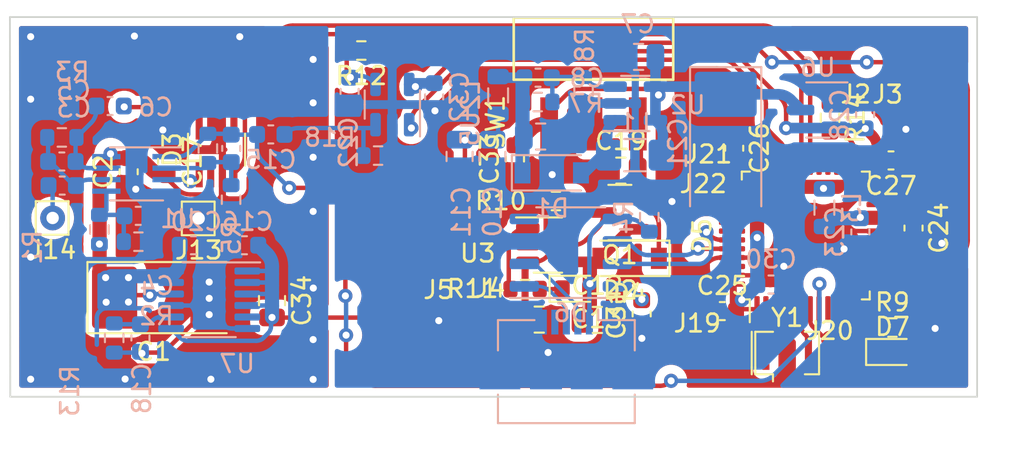
<source format=kicad_pcb>
(kicad_pcb (version 20211014) (generator pcbnew)
  (layers (0 "F.Cu" signal) (31 "B.Cu" signal) (34 "B.Paste" user) (35 "F.Paste" user) (36 "B.SilkS" user "B.Silkscreen") (37 "F.SilkS" user "F.Silkscreen") (38 "B.Mask" user) (39 "F.Mask" user) (44 "Edge.Cuts" user))
  (net 0 "")
  (net 1 "+5VA")
  (net 2 "GND")
  (net 3 "Net-(C3-Pad1)")
  (net 4 "Net-(C3-Pad2)")
  (net 5 "Net-(C5-Pad2)")
  (net 6 "Net-(C4-Pad2)")
  (net 7 "Net-(C8-Pad1)")
  (net 8 "Net-(C8-Pad2)")
  (net 9 "+12V")
  (net 10 "Net-(C6-Pad2)")
  (net 11 "Net-(C18-Pad2)")
  (net 12 "BAT+")
  (net 13 "VBUS")
  (net 14 "Net-(C13-Pad2)")
  (net 15 "Net-(D1-Pad2)")
  (net 16 "Analog")
  (net 17 "Net-(C19-Pad2)")
  (net 18 "Adj")
  (net 19 "Net-(C23-Pad1)")
  (net 21 "Net-(C14-Pad1)")
  (net 22 "+3V3")
  (net 23 "Net-(C15-Pad2)")
  (net 24 "Net-(R10-Pad1)")
  (net 25 "Net-(C31-Pad2)")
  (net 26 "Net-(D2-Pad1)")
  (net 27 "PowerGood")
  (net 28 "Net-(D3-Pad1)")
  (net 29 "scl")
  (net 30 "sda")
  (net 33 "Net-(D5-Pad5)")
  (net 34 "Net-(D5-Pad6)")
  (net 35 "/rst")
  (net 45 "Net-(D5-Pad25)")
  (net 52 "/swd")
  (net 53 "/swc")
  (net 59 "usb+")
  (net 60 "usb-")
  (net 62 "Pulse")
  (net 63 "Net-(D7-Pad2)")
  (net 64 "/RxD")
  (net 65 "/TxD")
  (net 67 "Net-(D5-Pad11)")
  (net 68 "Net-(R11-Pad2)")
  (net 69 "Net-(D5-Pad14)")
  (net 70 "Net-(J2-Pad1)")
  (footprint "Diode_SMD:D_SOD-123" (layer "F.Cu") (at 92.62 52.18 180)
    (fp_text reference "D4")
    (fp_text value "MBR0540LT")
  )
  (footprint "Capacitor_SMD:C_0603_1608Metric" (layer "F.Cu") (at 64.35 47.29 90)
    (fp_text reference "C2")
    (fp_text value "10u")
  )
  (footprint "Capacitor_SMD:C_0805_2012Metric" (layer "F.Cu") (at 90.8 55.66 180)
    (fp_text reference "C12")
    (fp_text value "10u")
  )
  (footprint "Capacitor_SMD:C_0805_2012Metric" (layer "F.Cu") (at 87.52 55.64 180)
    (fp_text reference "C13")
    (fp_text value "10u")
  )
  (footprint "LED_SMD:LED_0603_1608Metric" (layer "F.Cu") (at 107.45 57.47)
    (fp_text reference "D7")
    (fp_text value "LED")
  )
  (footprint "Package_TO_SOT_SMD:SOT-23-8_Handsoldering" (layer "F.Cu") (at 69.31 46.04 90)
    (fp_text reference "D3")
    (fp_text value "AD5245")
  )
  (footprint "Capacitor_SMD:C_0805_2012Metric" (layer "F.Cu") (at 72.44 54.57 -90)
    (fp_text reference "C34")
    (fp_text value "10u")
  )
  (footprint "lib:MySwithc" (layer "F.Cu") (at 90.58 43.0875 -90)
    (fp_text reference "SW1")
    (fp_text value "SW_Push_SPDT")
  )
  (footprint "Crystal:Resonator_SMD_Murata_CSTxExxV-3Pin_3.0x1.1mm" (layer "F.Cu") (at 101.51 57.53)
    (fp_text reference "Y1")
    (fp_text value "16")
  )
  (footprint "Capacitor_SMD:C_0603_1608Metric" (layer "F.Cu") (at 108.64 50.47 -90)
    (fp_text reference "C24")
    (fp_text value "10u")
  )
  (footprint "Capacitor_SMD:C_0805_2012Metric" (layer "F.Cu") (at 92.125 47.225)
    (fp_text reference "C19")
    (fp_text value "10u")
  )
  (footprint "Package_QFP:LQFP-48_7x7mm_P0.5mm" (layer "F.Cu") (at 102.56 50.89 90)
    (fp_text reference "D5")
    (fp_text value "STM32G473CBTx")
  )
  (footprint "Capacitor_SMD:C_0603_1608Metric" (layer "F.Cu") (at 98.52 45.96 -90)
    (fp_text reference "C26")
    (fp_text value "10u")
  )
  (footprint "lib:conn_mini" (layer "F.Cu") (at 96.775 48.475)
    (fp_text reference "J22")
    (fp_text value "Conn_01x01_Female")
  )
  (footprint "Capacitor_SMD:C_0603_1608Metric" (layer "F.Cu") (at 107.37 46.65 180)
    (fp_text reference "C27")
    (fp_text value "10u")
  )
  (footprint "Resistor_SMD:R_0603_1608Metric" (layer "F.Cu") (at 103.93 44.24 -90)
    (fp_text reference "R14")
    (fp_text value "1k")
  )
  (footprint "Package_TO_SOT_SMD:SOT-23" (layer "F.Cu") (at 92.07 49.59 180)
    (fp_text reference "Q1")
    (fp_text value "IRLML5203")
  )
  (footprint "lib:conn_mini" (layer "F.Cu") (at 107.18 43.42)
    (fp_text reference "J3")
    (fp_text value "Conn_01x01_Female")
  )
  (footprint "Capacitor_SMD:C_0603_1608Metric" (layer "F.Cu") (at 86.15 46.57 90)
    (fp_text reference "C33")
    (fp_text value "10u")
  )
  (footprint "My-library:SMD-CONN" (layer "F.Cu") (at 96.44 53.31)
    (fp_text reference "J19")
    (fp_text value "Conn")
  )
  (footprint "Package_TO_SOT_SMD:SOT-23-5" (layer "F.Cu") (at 88.01 51.43)
    (fp_text reference "U3")
    (fp_text value "MCP73831")
  )
  (footprint "Resistor_SMD:R_0603_1608Metric" (layer "F.Cu") (at 86.72 53.92 180)
    (fp_text reference "R11")
    (fp_text value "330")
  )
  (footprint "lib:conn_mini" (layer "F.Cu") (at 97.075 46.8)
    (fp_text reference "J21")
    (fp_text value "Conn_01x01_Female")
  )
  (footprint "Capacitor_SMD:C_0603_1608Metric" (layer "F.Cu") (at 66.52 46.7 -90)
    (fp_text reference "C17")
    (fp_text value "10u")
  )
  (footprint "Capacitor_SMD:C_0603_1608Metric" (layer "F.Cu") (at 97.85 55.16)
    (fp_text reference "C25")
    (fp_text value "10u")
  )
  (footprint "Connector_Pin:Pin_D0.7mm_L6.5mm_W1.8mm_FlatFork" (layer "F.Cu") (at 68.3 49.925)
    (fp_text reference "J13")
    (fp_text value "Anode")
  )
  (footprint "Resistor_SMD:R_0603_1608Metric" (layer "F.Cu") (at 77.48 40.44 180)
    (fp_text reference "R12")
    (fp_text value "10k")
  )
  (footprint "lib:conn_mini" (layer "F.Cu") (at 103.93 56.77)
    (fp_text reference "J20")
    (fp_text value "Conn_01x01_Female")
  )
  (footprint "Resistor_SMD:R_0603_1608Metric" (layer "F.Cu") (at 88.46 48.94 180)
    (fp_text reference "R10")
    (fp_text value "10k")
  )
  (footprint "LED_SMD:LED_0603_1608Metric" (layer "F.Cu") (at 89.59 53.9)
    (fp_text reference "D2")
    (fp_text value "LED")
  )
  (footprint "Capacitor_Tantalum_SMD:CP_EIA-7132-28_AVX-C" (layer "F.Cu") (at 66.3325 54.4)
    (fp_text reference "C1")
    (fp_text value "1000u")
  )
  (footprint "Resistor_SMD:R_0603_1608Metric" (layer "F.Cu") (at 107.45 56.09)
    (fp_text reference "R9")
    (fp_text value "1k")
  )
  (footprint "lib:conn_mini" (layer "F.Cu") (at 105.38 43.41)
    (fp_text reference "J2")
    (fp_text value "Conn_01x01_Female")
  )
  (footprint "My-library:SMD-CONN" (layer "F.Cu") (at 81.85 55.65)
    (fp_text reference "J5")
    (fp_text value "BAT-")
  )
  (footprint "Connector_Pin:Pin_D0.7mm_L6.5mm_W1.8mm_FlatFork" (layer "F.Cu") (at 60.06 49.9)
    (fp_text reference "J14")
    (fp_text value "Catode")
  )
  (footprint "Capacitor_SMD:C_0603_1608Metric" (layer "F.Cu") (at 93.3 55.32 90)
    (fp_text reference "C31")
    (fp_text value "10u")
  )
  (footprint "My-library:SMD-CONN" (layer "F.Cu") (at 84.63 55.7)
    (fp_text reference "J4")
    (fp_text value "BAT+")
  )
  (footprint "Package_SO:MSOP-12-1EP_3x4mm_P0.65mm_EP1.65x2.85mm" (layer "B.Cu") (at 68.894214 54.52 180)
    (fp_text reference "U7")
    (fp_text value "LT3045xMSE")
  )
  (footprint "Connector_USB:USB_Micro-B_Amphenol_10104110_Horizontal" (layer "B.Cu") (at 89.05 57.33 180)
    (fp_text reference "J1" hide)
    (fp_text value "USB_B_Micro")
  )
  (footprint "Resistor_SMD:R_0603_1608Metric" (layer "B.Cu") (at 93.73 49.85 -90)
    (fp_text reference "R4")
    (fp_text value "10k")
  )
  (footprint "Capacitor_SMD:C_0603_1608Metric" (layer "B.Cu") (at 105.91 44.06 -90)
    (fp_text reference "C28")
    (fp_text value "22u")
  )
  (footprint "Capacitor_SMD:C_0603_1608Metric" (layer "B.Cu") (at 60.6 48.07)
    (fp_text reference "C3")
    (fp_text value "1n")
  )
  (footprint "Package_TO_SOT_SMD:SOT-23-5" (layer "B.Cu") (at 79.230857 43.492893 90)
    (fp_text reference "U5")
    (fp_text value "LMV7239")
  )
  (footprint "Capacitor_SMD:C_0603_1608Metric" (layer "B.Cu") (at 81.59 43.06 90)
    (fp_text reference "C32")
    (fp_text value "10u")
  )
  (footprint "Diode_SMD:D_SOD-123" (layer "B.Cu") (at 88.225 47.35)
    (fp_text reference "D1")
    (fp_text value "MBR0540")
  )
  (footprint "Resistor_SMD:R_0603_1608Metric" (layer "B.Cu") (at 62.7 50.55 90)
    (fp_text reference "R1")
    (fp_text value "10k")
  )
  (footprint "Capacitor_SMD:C_0603_1608Metric" (layer "B.Cu") (at 64.89 49.78 180)
    (fp_text reference "C4")
    (fp_text value "10n")
  )
  (footprint "Capacitor_SMD:C_0603_1608Metric" (layer "B.Cu") (at 60.58 46.71)
    (fp_text reference "C5")
    (fp_text value "10")
  )
  (footprint "Package_TO_SOT_SMD:SOT-23-5" (layer "B.Cu") (at 92.94 43.43)
    (fp_text reference "U2")
    (fp_text value "LM2733XMF")
  )
  (footprint "Inductor_SMD:L_0805_2012Metric" (layer "B.Cu") (at 103.61 49.32 90)
    (fp_text reference "L3")
    (fp_text value "10uH")
  )
  (footprint "Capacitor_SMD:C_0805_2012Metric" (layer "B.Cu") (at 87.6 45.3 180)
    (fp_text reference "C9" hide)
    (fp_text value "10u")
  )
  (footprint "Capacitor_SMD:C_0603_1608Metric" (layer "B.Cu") (at 68.004214 51.44 180)
    (fp_text reference "C20")
    (fp_text value "22u")
  )
  (footprint "Resistor_SMD:R_0603_1608Metric" (layer "B.Cu") (at 87.435 43.35)
    (fp_text reference "R7")
    (fp_text value "117k")
  )
  (footprint "Resistor_SMD:R_0603_1608Metric" (layer "B.Cu") (at 68.82 45.97 90)
    (fp_text reference "R6" hide)
    (fp_text value "5.1M")
  )
  (footprint "Capacitor_SMD:C_0805_2012Metric" (layer "B.Cu") (at 83.025 46.425 90)
    (fp_text reference "C11")
    (fp_text value "10u")
  )
  (footprint "Package_TO_SOT_SMD:SOT-23" (layer "B.Cu") (at 103.24 43.8 180)
    (fp_text reference "U6")
    (fp_text value "MCP1700x")
  )
  (footprint "Inductor_SMD:L_1206_3216Metric_Pad1.42x1.75mm_HandSolder" (layer "B.Cu") (at 92.92 46.35 180)
    (fp_text reference "L1")
    (fp_text value "22uH")
  )
  (footprint "Capacitor_SMD:C_0603_1608Metric" (layer "B.Cu") (at 87.45 41.975 180)
    (fp_text reference "C8")
    (fp_text value "220p")
  )
  (footprint "Capacitor_SMD:C_0603_1608Metric" (layer "B.Cu") (at 100.6 53.66 180)
    (fp_text reference "C30")
    (fp_text value "10u")
  )
  (footprint "Inductor_SMD:L_0805_2012Metric" (layer "B.Cu") (at 85.2 42.975 -90)
    (fp_text reference "L2")
    (fp_text value "47uH")
  )
  (footprint "Package_SO:SSOP-8_2.95x2.8mm_P0.65mm" (layer "B.Cu") (at 64.7925 47.41 180)
    (fp_text reference "U1")
    (fp_text value "MAX4477")
  )
  (footprint "Capacitor_SMD:C_0603_1608Metric" (layer "B.Cu") (at 105.64 50.69 -90)
    (fp_text reference "C23")
    (fp_text value "10u")
  )
  (footprint "Resistor_SMD:R_0603_1608Metric" (layer "B.Cu") (at 60.58 45.35)
    (fp_text reference "R3")
    (fp_text value "5.1M")
  )
  (footprint "Resistor_SMD:R_0603_1608Metric" (layer "B.Cu") (at 64.9 51.24)
    (fp_text reference "R2")
    (fp_text value "10k")
  )
  (footprint "Resistor_SMD:R_0603_1608Metric" (layer "B.Cu") (at 63.534214 56.68 -90)
    (fp_text reference "R13")
    (fp_text value "49.9k")
  )
  (footprint "Resistor_SMD:R_0603_1608Metric" (layer "B.Cu") (at 70.13 48.87 -90)
    (fp_text reference "R5")
    (fp_text value "10k")
  )
  (footprint "Capacitor_SMD:C_0805_2012Metric" (layer "B.Cu") (at 84.875 46.425 90)
    (fp_text reference "C10")
    (fp_text value "10u")
  )
  (footprint "Resistor_SMD:R_0603_1608Metric" (layer "B.Cu") (at 90.02 42.76 -90)
    (fp_text reference "R8")
    (fp_text value "13.3k")
  )
  (footprint "Capacitor_SMD:C_0805_2012Metric" (layer "B.Cu") (at 93.125 40.8)
    (fp_text reference "C7")
    (fp_text value "10u")
  )
  (footprint "Capacitor_SMD:C_0603_1608Metric" (layer "B.Cu") (at 76.81875 42.75 90)
    (fp_text reference "C22")
    (fp_text value "100n")
  )
  (footprint "Capacitor_SMD:C_0603_1608Metric" (layer "B.Cu") (at 65.014214 56.68 90)
    (fp_text reference "C18")
    (fp_text value "4.7u")
  )
  (footprint "Resistor_SMD:R_0603_1608Metric" (layer "B.Cu") (at 78.425 46.375 180)
    (fp_text reference "R18")
    (fp_text value "100k")
  )
  (footprint "Capacitor_SMD:C_0603_1608Metric" (layer "B.Cu") (at 70.884214 51.44)
    (fp_text reference "C16")
    (fp_text value "10u")
  )
  (footprint "Package_SO:SOP-8_3.9x4.9mm_P1.27mm" (layer "B.Cu") (at 89.3 51.86)
    (fp_text reference "D6")
    (fp_text value "CH340N")
  )
  (footprint "Capacitor_SMD:C_0603_1608Metric" (layer "B.Cu") (at 72.37 45.18)
    (fp_text reference "C15")
    (fp_text value "100n")
  )
  (footprint "Capacitor_Tantalum_SMD:CP_EIA-7132-28_AVX-C" (layer "B.Cu") (at 98.04 45.69 -90)
    (fp_text reference "C21")
    (fp_text value "1000u")
  )
  (footprint "Capacitor_SMD:C_0603_1608Metric" (layer "B.Cu") (at 70.14 45.97 90)
    (fp_text reference "C14" hide)
    (fp_text value "10")
  )
  (footprint "Capacitor_SMD:C_0603_1608Metric" (layer "B.Cu") (at 63.3 43.575)
    (fp_text reference "C6")
    (fp_text value "100n")
  )
  (gr_line (start 57.65 38.55) (end 112.23 38.55) (layer "Edge.Cuts") (width 0.1))
  (gr_line (start 112.23 60) (end 57.67 60) (layer "Edge.Cuts") (width 0.1))
  (gr_line (start 57.67 60) (end 57.65 38.55) (layer "Edge.Cuts") (width 0.1))
  (gr_line (start 112.23 60) (end 112.23 38.55) (layer "Edge.Cuts") (width 0.1))
  (segment (start 67.824214 48.57) (end 68.412893 48.57) (width 0.25) (layer "F.Cu") (net 1))
  (segment (start 68.98 48.002893) (end 68.98 47.39) (width 0.25) (layer "F.Cu") (net 1))
  (segment (start 66.52 47.475) (end 66.52 47.68) (width 0.25) (layer "F.Cu") (net 1))
  (segment (start 63.435 54.26) (end 63.295 54.4) (width 0.25) (layer "F.Cu") (net 1))
  (segment (start 63.814214 46.525) (end 63.864214 46.525) (width 0.8) (layer "F.Cu") (net 1))
  (segment (start 63.295 54.4) (end 62.71 53.815) (width 0.8) (layer "F.Cu") (net 1))
  (segment (start 66.52 47.68) (end 67.117107 48.277107) (width 0.25) (layer "F.Cu") (net 1))
  (segment (start 62.71 53.815) (end 62.71 47.629214) (width 0.8) (layer "F.Cu") (net 1))
  (segment (start 68.766447 48.423553) (end 68.833554 48.356446) (width 0.25) (layer "F.Cu") (net 1))
  (segment (start 63.864214 46.525) (end 64.600786 46.525) (width 0.8) (layer "F.Cu") (net 1))
  (segment (start 64.16 54.26) (end 63.435 54.26) (width 0.25) (layer "F.Cu") (net 1))
  (segment (start 63.002893 46.922107) (end 63.107107 46.817893) (width 0.8) (layer "F.Cu") (net 1))
  (segment (start 66.379214 47.475) (end 66.52 47.475) (width 0.4) (layer "F.Cu") (net 1))
  (segment (start 65.307893 46.817893) (end 65.672107 47.182107) (width 0.8) (layer "F.Cu") (net 1))
  (segment (start 65.544214 54.26) (end 64.16 54.26) (width 0.25) (layer "F.Cu") (net 1))
  (via (at 62.7 51.375) (size 0.8) (drill 0.4) (layers "F.Cu" "B.Cu") (net 1))
  (via (at 65.544214 54.26) (size 0.8) (drill 0.4) (layers "F.Cu" "B.Cu") (net 1))
  (via (at 63.08 54.66) (size 0.8) (drill 0.4) (layers "F.Cu" "B.Cu") (net 1))
  (via (at 63.05 53.27) (size 0.8) (drill 0.4) (layers "F.Cu" "B.Cu") (net 1))
  (via (at 63.325 46.275) (size 0.8) (drill 0.4) (layers "F.Cu" "B.Cu") (net 1))
  (via (at 64.34 53.27) (size 0.8) (drill 0.4) (layers "F.Cu" "B.Cu") (net 1))
  (via (at 64.34 54.65) (size 0.8) (drill 0.4) (layers "F.Cu" "B.Cu") (net 1))
  (arc (start 65.307893 46.817893) (mid 64.98347 46.60112) (end 64.600786 46.525) (width 0.8) (layer "F.Cu") (net 1))
  (arc (start 66.379214 47.475) (mid 65.996531 47.39888) (end 65.672107 47.182107) (width 0.8) (layer "F.Cu") (net 1))
  (arc (start 63.002893 46.922107) (mid 62.78612 47.24653) (end 62.71 47.629214) (width 0.8) (layer "F.Cu") (net 1))
  (arc (start 68.412893 48.57) (mid 68.604235 48.53194) (end 68.766447 48.423553) (width 0.25) (layer "F.Cu") (net 1))
  (arc (start 68.833554 48.356446) (mid 68.94194 48.194234) (end 68.98 48.002893) (width 0.25) (layer "F.Cu") (net 1))
  (arc (start 67.117107 48.277107) (mid 67.44153 48.49388) (end 67.824214 48.57) (width 0.25) (layer "F.Cu") (net 1))
  (arc (start 63.107107 46.817893) (mid 63.43153 46.60112) (end 63.814214 46.525) (width 0.8) (layer "F.Cu") (net 1))
  (segment (start 64.664214 55) (end 64.664214 53.2) (width 0.25) (layer "B.Cu") (net 1))
  (segment (start 63.794214 55) (end 64.664214 55) (width 0.25) (layer "B.Cu") (net 1))
  (segment (start 66.744214 54.195) (end 65.589214 54.195) (width 0.25) (layer "B.Cu") (net 1))
  (segment (start 64.664214 53.2) (end 64.654214 53.19) (width 0.25) (layer "B.Cu") (net 1))
  (segment (start 67.234214 52.285786) (end 67.234214 51.535) (width 0.8) (layer "B.Cu") (net 1))
  (segment (start 64.16 53.19) (end 63.343428 53.19) (width 0.8) (layer "B.Cu") (net 1))
  (segment (start 66.744214 53.19) (end 66.941321 52.992893) (width 0.8) (layer "B.Cu") (net 1))
  (segment (start 64.654214 53.19) (end 64.16 53.19) (width 0.8) (layer "B.Cu") (net 1))
  (segment (start 62.737767 55.146447) (end 62.70066 55.183554) (width 0.25) (layer "B.Cu") (net 1))
  (segment (start 64.654214 53.19) (end 66.744214 53.19) (width 0.8) (layer "B.Cu") (net 1))
  (segment (start 65.589214 54.195) (end 65.484214 54.3) (width 0.25) (layer "B.Cu") (net 1))
  (segment (start 64.664214 55) (end 65.187107 55) (width 0.25) (layer "B.Cu") (net 1))
  (segment (start 63.794214 55) (end 63.091321 55) (width 0.25) (layer "B.Cu") (net 1))
  (segment (start 62.554214 55.537107) (end 62.554214 57.06) (width 0.25) (layer "B.Cu") (net 1))
  (arc (start 62.70066 55.183554) (mid 62.592274 55.345766) (end 62.554214 55.537107) (width 0.25) (layer "B.Cu") (net 1))
  (arc (start 63.091321 55) (mid 62.899979 55.03806) (end 62.737767 55.146447) (width 0.25) (layer "B.Cu") (net 1))
  (arc (start 66.941321 52.992893) (mid 67.158094 52.66847) (end 67.234214 52.285786) (width 0.8) (layer "B.Cu") (net 1))
  (arc (start 65.540661 55.146447) (mid 65.378449 55.03806) (end 65.187107 55) (width 0.25) (layer "B.Cu") (net 1))
  (segment (start 99.25 45.275) (end 99.25 43.289214) (width 0.5) (layer "F.Cu") (net 2))
  (segment (start 104.72 51.65) (end 104.72 53.05) (width 0.25) (layer "F.Cu") (net 2))
  (segment (start 108.327893 50.932893) (end 108.64 51.245) (width 0.25) (layer "F.Cu") (net 2))
  (segment (start 105.467107 50.64) (end 106.7225 50.64) (width 0.25) (layer "F.Cu") (net 2))
  (segment (start 98.957107 42.582107) (end 98.247893 41.872893) (width 0.5) (layer "F.Cu") (net 2))
  (segment (start 100.163553 45.713553) (end 99.781446 45.331446) (width 0.25) (layer "F.Cu") (net 2))
  (segment (start 108.4 48.12) (end 108.4 46.905) (width 0.25) (layer "F.Cu") (net 2))
  (segment (start 68.845 54.985) (end 68.845 54.4) (width 0.25) (layer "F.Cu") (net 2))
  (segment (start 105.473553 48.786447) (end 104.966446 49.293554) (width 0.25) (layer "F.Cu") (net 2))
  (segment (start 69.64 49.11) (end 68.825 49.925) (width 0.25) (layer "F.Cu") (net 2))
  (segment (start 68.825 49.925) (end 68.3 49.925) (width 0.25) (layer "F.Cu") (net 2))
  (segment (start 69.59 46.04) (end 69.64 45.99) (width 0.25) (layer "F.Cu") (net 2))
  (segment (start 87.834264 49.139264) (end 87.635 48.94) (width 0.5) (layer "F.Cu") (net 2))
  (segment (start 106.7225 50.64) (end 107.620786 50.64) (width 0.25) (layer "F.Cu") (net 2))
  (segment (start 98.3975 52.14) (end 101.88 52.14) (width 0.25) (layer "F.Cu") (net 2))
  (segment (start 64.875 57.505) (end 65.910786 57.505) (width 0.25) (layer "F.Cu") (net 2))
  (segment (start 100.31 46.7275) (end 100.31 46.067107) (width 0.25) (layer "F.Cu") (net 2))
  (segment (start 97.540786 41.58) (end 84.309214 41.58) (width 0.5) (layer "F.Cu") (net 2))
  (segment (start 105.82 54.15) (end 106.36 54.69) (width 0.25) (layer "F.Cu") (net 2))
  (segment (start 106.7225 48.64) (end 107.465786 48.64) (width 0.25) (layer "F.Cu") (net 2))
  (segment (start 95.27 53.355) (end 97.075 55.16) (width 0.4) (layer "F.Cu") (net 2))
  (segment (start 88.01 50.741472) (end 88.01 49.563528) (width 0.5) (layer "F.Cu") (net 2))
  (segment (start 95.01 48.97) (end 95.27 49.23) (width 0.4) (layer "F.Cu") (net 2))
  (segment (start 66.71 45.04) (end 67.417107 45.747107) (width 0.5) (layer "F.Cu") (net 2))
  (segment (start 106.7225 48.64) (end 105.827107 48.64) (width 0.25) (layer "F.Cu") (net 2))
  (segment (start 66.38 45.04) (end 66.71 45.04) (width 0.25) (layer "F.Cu") (net 2))
  (segment (start 69.64 45.99) (end 69.64 44.69) (width 0.4) (layer "F.Cu") (net 2))
  (segment (start 69.64 47.39) (end 69.64 45.99) (width 0.4) (layer "F.Cu") (net 2))
  (segment (start 104.82 49.647107) (end 104.82 49.992893) (width 0.25) (layer "F.Cu") (net 2))
  (segment (start 99.427893 45.185) (end 98.52 45.185) (width 0.25) (layer "F.Cu") (net 2))
  (segment (start 108.172893 48.347107) (end 108.4 48.12) (width 0.25) (layer "F.Cu") (net 2))
  (segment (start 95.27 49.23) (end 95.27 53.355) (width 0.6) (layer "F.Cu") (net 2))
  (segment (start 104.72 53.05) (end 105.82 54.15) (width 0.25) (layer "F.Cu") (net 2))
  (segment (start 87.745736 51.254264) (end 87.834264 51.165736) (width 0.5) (layer "F.Cu") (net 2))
  (segment (start 104.966447 50.346447) (end 105.113554 50.493554) (width 0.25) (layer "F.Cu") (net 2))
  (segment (start 83.602107 41.872893) (end 81.62 43.855) (width 0.5) (layer "F.Cu") (net 2))
  (segment (start 97.027107 52.432893) (end 96.44 53.02) (width 0.25) (layer "F.Cu") (net 2))
  (segment (start 69.64 47.39) (end 69.64 49.11) (width 0.4) (layer "F.Cu") (net 2))
  (segment (start 66.617893 57.212107) (end 68.845 54.985) (width 0.25) (layer "F.Cu") (net 2))
  (segment (start 98.3975 52.14) (end 97.734214 52.14) (width 0.25) (layer "F.Cu") (net 2))
  (segment (start 108.4 46.905) (end 108.145 46.65) (width 0.25) (layer "F.Cu") (net 2))
  (segment (start 96.44 53.02) (end 96.44 53.31) (width 0.25) (layer "F.Cu") (net 2))
  (segment (start 68.124214 46.04) (end 69.59 46.04) (width 0.5) (layer "F.Cu") (net 2))
  (segment (start 86.8725 51.43) (end 87.321472 51.43) (width 0.5) (layer "F.Cu") (net 2))
  (segment (start 98.3975 53.14) (end 96.82 53.14) (width 0.25) (layer "F.Cu") (net 2))
  (segment (start 98.3975 53.14) (end 101.06 53.14) (width 0.25) (layer "F.Cu") (net 2))
  (via (at 66.28 44.93) (size 0.8) (drill 0.4) (layers "F.Cu" "B.Cu") (net 2))
  (via (at 65.1 57.55) (size 0.8) (drill 0.4) (layers "F.Cu" "B.Cu") (net 2))
  (via (at 108.21 44.89) (size 0.8) (drill 0.4) (layers "F.Cu" "B.Cu") (net 2))
  (via (at 74.76 49.53) (size 0.8) (drill 0.4) (layers "F.Cu" "B.Cu") (net 2))
  (via (at 74.76 40.945) (size 0.8) (drill 0.4) (layers "F.Cu" "B.Cu") (net 2))
  (via (at 68.894214 54.44) (size 0.8) (drill 0.4) (layers "F.Cu" "B.Cu") (net 2))
  (via (at 110.24 51.33) (size 0.8) (drill 0.4) (layers "F.Cu" "B.Cu") (net 2))
  (via (at 64.75 48.275) (size 0.8) (drill 0.4) (layers "F.Cu" "B.Cu") (net 2))
  (via (at 74.76 59.02) (size 0.8) (drill 0.4) (layers "F.Cu" "B.Cu") (net 2))
  (via (at 70.62 39.66) (size 0.8) (drill 0.4) (layers "F.Cu" "B.Cu") (net 2))
  (via (at 81.635 43.845) (size 0.8) (drill 0.4) (layers "F.Cu" "B.Cu") (net 2))
  (via (at 88.02 57.5) (size 0.8) (drill 0.4) (layers "F.Cu" "B.Cu") (net 2))
  (via (at 68.894214 53.52) (size 0.8) (drill 0.4) (layers "F.Cu" "B.Cu") (net 2))
  (via (at 104.72 51.65) (size 0.8) (drill 0.4) (layers "F.Cu" "B.Cu") (net 2))
  (via (at 58.82 39.66) (size 0.8) (drill 0.4) (layers "F.Cu" "B.Cu") (net 2))
  (via (at 68.894214 55.36) (size 0.8) (drill 0.4) (layers "F.Cu" "B.Cu") (net 2))
  (via (at 58.82 43.19) (size 0.8) (drill 0.4) (layers "F.Cu" "B.Cu") (net 2))
  (via (at 101.32 52.63) (size 0.8) (drill 0.4) (layers "F.Cu" "B.Cu") (net 2))
  (via (at 74.77 53.86) (size 0.8) (drill 0.4) (layers "F.Cu" "B.Cu") (net 2))
  (via (at 68.99 59.01) (size 0.8) (drill 0.4) (layers "F.Cu" "B.Cu") (net 2))
  (via (at 64.15 59) (size 0.8) (drill 0.4) (layers "F.Cu" "B.Cu") (net 2))
  (via (at 74.76 56.77) (size 0.8) (drill 0.4) (layers "F.Cu" "B.Cu") (net 2))
  (via (at 88.25 47.45) (size 0.8) (drill 0.4) (layers "F.Cu" "B.Cu") (net 2))
  (via (at 95.01 48.97) (size 0.8) (drill 0.4) (layers "F.Cu" "B.Cu") (net 2))
  (via (at 64.675 39.625) (size 0.8) (drill 0.4) (layers "F.Cu" "B.Cu") (net 2))
  (via (at 58.82 52.11) (size 0.8) (drill 0.4) (layers "F.Cu" "B.Cu") (net 2))
  (via (at 109.86 56.14) (size 0.8) (drill 0.4) (layers "F.Cu" "B.Cu") (net 2))
  (via (at 58.82 59.01) (size 0.8) (drill 0.4) (layers "F.Cu" "B.Cu") (net 2))
  (via (at 93.31 56.7) (size 0.8) (drill 0.4) (layers "F.Cu" "B.Cu") (net 2))
  (via (at 81.85 55.7) (size 0.8) (drill 0.4) (layers "F.Cu" "B.Cu") (net 2))
  (via (at 74.76 46.47) (size 0.8) (drill 0.4) (layers "F.Cu" "B.Cu") (net 2))
  (via (at 74.76 43.395) (size 0.8) (drill 0.4) (layers "F.Cu" "B.Cu") (net 2))
  (arc (start 84.309214 41.58) (mid 83.926531 41.65612) (end 83.602107 41.872893) (width 0.5) (layer "F.Cu") (net 2))
  (arc (start 87.745736 51.254264) (mid 87.551082 51.384328) (end 87.321472 51.43) (width 0.5) (layer "F.Cu") (net 2))
  (arc (start 104.82 49.647107) (mid 104.85806 49.455766) (end 104.966446 49.293554) (width 0.25) (layer "F.Cu") (net 2))
  (arc (start 104.82 49.992893) (mid 104.85806 50.184235) (end 104.966447 50.346447) (width 0.25) (layer "F.Cu") (net 2))
  (arc (start 65.910786 57.505) (mid 66.293469 57.42888) (end 66.617893 57.212107) (width 0.25) (layer "F.Cu") (net 2))
  (arc (start 99.25 43.289214) (mid 99.17388 42.906531) (end 98.957107 42.582107) (width 0.5) (layer "F.Cu") (net 2))
  (arc (start 107.620786 50.64) (mid 108.003469 50.71612) (end 108.327893 50.932893) (width 0.25) (layer "F.Cu") (net 2))
  (arc (start 68.124214 46.04) (mid 67.741531 45.96388) (end 67.417107 45.747107) (width 0.5) (layer "F.Cu") (net 2))
  (arc (start 99.427893 45.185) (mid 99.619234 45.22306) (end 99.781446 45.331446) (width 0.25) (layer "F.Cu") (net 2))
  (arc (start 98.247893 41.872893) (mid 97.92347 41.65612) (end 97.540786 41.58) (width 0.5) (layer "F.Cu") (net 2))
  (arc (start 100.31 46.067107) (mid 100.27194 45.875765) (end 100.163553 45.713553) (width 0.25) (layer "F.Cu") (net 2))
  (arc (start 108.172893 48.347107) (mid 107.84847 48.56388) (end 107.465786 48.64) (width 0.25) (layer "F.Cu") (net 2))
  (arc (start 105.113554 50.493554) (mid 105.275766 50.60194) (end 105.467107 50.64) (width 0.25) (layer "F.Cu") (net 2))
  (arc (start 97.734214 52.14) (mid 97.351531 52.21612) (end 97.027107 52.432893) (width 0.25) (layer "F.Cu") (net 2))
  (arc (start 88.01 50.741472) (mid 87.964328 50.971082) (end 87.834264 51.165736) (width 0.5) (layer "F.Cu") (net 2))
  (arc (start 87.834264 49.139264) (mid 87.964328 49.333918) (end 88.01 49.563528) (width 0.5) (layer "F.Cu") (net 2))
  (arc (start 105.827107 48.64) (mid 105.635765 48.67806) (end 105.473553 48.786447) (width 0.25) (layer "F.Cu") (net 2))
  (segment (start 63.534214 57.505) (end 63.534214 57.67) (width 0.25) (layer "B.Cu") (net 2))
  (segment (start 79.230857 44.630393) (end 79.230857 46.392893) (width 0.6) (layer "B.Cu") (net 2))
  (segment (start 64.635786 52.3) (end 62.48 52.3) (width 0.4) (layer "B.Cu") (net 2))
  (segment (start 92.94 43.49) (end 92.94 47.515) (width 0.4) (layer "B.Cu") (net 2))
  (segment (start 68.894214 55.2225) (end 68.894214 54.52) (width 0.25) (layer "B.Cu") (net 2))
  (segment (start 66.28 44.93) (end 65.582893 45.627107) (width 0.25) (layer "B.Cu") (net 2))
  (segment (start 66.4925 48.385) (end 64.86 48.385) (width 0.25) (layer "B.Cu") (net 2))
  (segment (start 91.8025 43.43) (end 90.175 43.43) (width 0.5) (layer "B.Cu") (net 2))
  (segment (start 81.578286 43.788286) (end 81.635 43.845) (width 0.5) (layer "B.Cu") (net 2))
  (segment (start 65.29 46.334214) (end 65.29 47.14) (width 0.25) (layer "B.Cu") (net 2))
  (segment (start 79.220857 43.495393) (end 80.871179 43.495393) (width 0.5) (layer "B.Cu") (net 2))
  (segment (start 69.523821 55.852107) (end 68.894214 55.2225) (width 0.25) (layer "B.Cu") (net 2))
  (segment (start 66.744214 54.845) (end 68.569214 54.845) (width 0.25) (layer "B.Cu") (net 2))
  (segment (start 71.044214 56.145) (end 70.230928 56.145) (width 0.25) (layer "B.Cu") (net 2))
  (segment (start 79.220857 44.612893) (end 79.220857 43.495393) (width 0.5) (layer "B.Cu") (net 2))
  (segment (start 65.29 47.14) (end 65.29 47.25) (width 0.25) (layer "B.Cu") (net 2))
  (segment (start 62.48 52.3) (end 61.29 52.3) (width 0.4) (layer "B.Cu") (net 2))
  (segment (start 68.569214 54.845) (end 68.894214 54.52) (width 0.25) (layer "B.Cu") (net 2))
  (segment (start 68.894214 51.46) (end 68.884214 51.45) (width 0.25) (layer "B.Cu") (net 2))
  (segment (start 79.220857 43.495393) (end 79.220857 40.954143) (width 0.5) (layer "B.Cu") (net 2))
  (segment (start 64.86 48.385) (end 64.75 48.275) (width 0.25) (layer "B.Cu") (net 2))
  (segment (start 91.8025 43.43) (end 92.88 43.43) (width 0.4) (layer "B.Cu") (net 2))
  (segment (start 63.534214 57.505) (end 64.875 57.505) (width 0.25) (layer "B.Cu") (net 2))
  (segment (start 65.111371 48.88) (end 67.11 48.88) (width 0.25) (layer "B.Cu") (net 2))
  (segment (start 64.3 45.91) (end 64.3 48.068629) (width 0.25) (layer "B.Cu") (net 2))
  (segment (start 92.647107 41.272107) (end 92.175 40.8) (width 0.4) (layer "B.Cu") (net 2))
  (segment (start 64.875 57.505) (end 64.964214 57.505) (width 0.25) (layer "B.Cu") (net 2))
  (segment (start 68.894214 53.52) (end 68.894214 51.46) (width 0.25) (layer "B.Cu") (net 2))
  (segment (start 90.175 43.43) (end 90.02 43.585) (width 0.25) (layer "B.Cu") (net 2))
  (segment (start 92.94 43.49) (end 92.94 41.979214) (width 0.4) (layer "B.Cu") (net 2))
  (segment (start 65.725 51.24) (end 65.725 51.625) (width 0.25) (layer "B.Cu") (net 2))
  (segment (start 68.894214 54.52) (end 68.894214 54.42) (width 0.25) (layer "B.Cu") (net 2))
  (segment (start 65.725 51.625) (end 65.342893 52.007107) (width 0.4) (layer "B.Cu") (net 2))
  (segment (start 92.88 43.43) (end 92.94 43.49) (width 0.4) (layer "B.Cu") (net 2))
  (segment (start 64.964214 57.505) (end 65.014214 57.455) (width 0.25) (layer "B.Cu") (net 2))
  (segment (start 64.534315 48.634315) (end 64.545686 48.645686) (width 0.25) (layer "B.Cu") (net 2))
  (segment (start 92 40.87) (end 92 40.39) (width 0.25) (layer "B.Cu") (net 2))
  (segment (start 68.894214 54.42) (end 68.894214 53.52) (width 0.25) (layer "B.Cu") (net 2))
  (segment (start 79.220857 43.495393) (end 76.710857 43.495393) (width 0.5) (layer "B.Cu") (net 2))
  (arc (start 92.647107 41.272107) (mid 92.86388 41.59653) (end 92.94 41.979214) (width 0.4) (layer "B.Cu") (net 2))
  (arc (start 65.582893 45.627107) (mid 65.36612 45.95153) (end 65.29 46.334214) (width 0.25) (layer "B.Cu") (net 2))
  (arc (start 64.545686 48.645686) (mid 64.805225 48.819104) (end 65.111371 48.88) (width 0.25) (layer "B.Cu") (net 2))
  (arc (start 69.523821 55.852107) (mid 69.848244 56.06888) (end 70.230928 56.145) (width 0.25) (layer "B.Cu") (net 2))
  (arc (start 65.342893 52.007107) (mid 65.01847 52.22388) (end 64.635786 52.3) (width 0.4) (layer "B.Cu") (net 2))
  (arc (start 64.534315 48.634315) (mid 64.360896 48.374776) (end 64.3 48.068629) (width 0.25) (layer "B.Cu") (net 2))
  (arc (start 81.578286 43.788286) (mid 81.253863 43.571513) (end 80.871179 43.495393) (width 0.5) (layer "B.Cu") (net 2))
  (segment (start 60.06 49.9) (end 60.06 48.305) (width 0.25) (layer "B.Cu") (net 3))
  (segment (start 60.06 48.305) (end 59.825 48.07) (width 0.25) (layer "B.Cu") (net 3))
  (segment (start 61.27 48.07) (end 61.375 48.07) (width 0.25) (layer "B.Cu") (net 4))
  (segment (start 61.417107 48.027893) (end 61.375 48.07) (width 0.25) (layer "B.Cu") (net 4))
  (segment (start 59.805 45.4) (end 59.755 45.35) (width 0.25) (layer "B.Cu") (net 4))
  (segment (start 59.805 46.71) (end 59.91 46.71) (width 0.25) (layer "B.Cu") (net 4))
  (segment (start 59.805 46.71) (end 59.805 45.4) (width 0.25) (layer "B.Cu") (net 4))
  (segment (start 63.0925 47.735) (end 62.124214 47.735) (width 0.25) (layer "B.Cu") (net 4))
  (segment (start 59.91 46.71) (end 61.27 48.07) (width 0.25) (layer "B.Cu") (net 4))
  (arc (start 61.417107 48.027893) (mid 61.74153 47.81112) (end 62.124214 47.735) (width 0.25) (layer "B.Cu") (net 4))
  (segment (start 62.525 43.575) (end 62.525 43.815786) (width 0.25) (layer "B.Cu") (net 5))
  (segment (start 61.355 46.71) (end 61.355 45.4) (width 0.25) (layer "B.Cu") (net 5))
  (segment (start 61.355 45.4) (end 61.405 45.35) (width 0.25) (layer "B.Cu") (net 5))
  (segment (start 63.0925 47.085) (end 62.144214 47.085) (width 0.25) (layer "B.Cu") (net 5))
  (segment (start 61.437107 46.792107) (end 61.355 46.71) (width 0.25) (layer "B.Cu") (net 5))
  (segment (start 62.232107 44.522893) (end 61.405 45.35) (width 0.25) (layer "B.Cu") (net 5))
  (arc (start 62.525 43.815786) (mid 62.44888 44.198469) (end 62.232107 44.522893) (width 0.25) (layer "B.Cu") (net 5))
  (arc (start 62.144214 47.085) (mid 61.761531 47.00888) (end 61.437107 46.792107) (width 0.25) (layer "B.Cu") (net 5))
  (segment (start 64.06 49.725) (end 64.115 49.78) (width 0.25) (layer "B.Cu") (net 6))
  (segment (start 63.0925 48.385) (end 63.0925 49.4625) (width 0.25) (layer "B.Cu") (net 6))
  (segment (start 64.075 51.24) (end 64.075 49.82) (width 0.25) (layer "B.Cu") (net 6))
  (segment (start 62.7 49.725) (end 64.06 49.725) (width 0.25) (layer "B.Cu") (net 6))
  (segment (start 63.0925 49.4625) (end 62.78 49.775) (width 0.25) (layer "B.Cu") (net 6))
  (segment (start 64.075 49.82) (end 64.115 49.78) (width 0.25) (layer "B.Cu") (net 6))
  (segment (start 91.8025 42.48) (end 90.979214 42.48) (width 0.25) (layer "B.Cu") (net 7))
  (segment (start 88.26 42.01) (end 88.225 41.975) (width 0.25) (layer "B.Cu") (net 7))
  (segment (start 90.02 41.935) (end 88.265 41.935) (width 0.25) (layer "B.Cu") (net 7))
  (segment (start 90.272107 42.187107) (end 90.02 41.935) (width 0.25) (layer "B.Cu") (net 7))
  (segment (start 88.265 41.935) (end 88.225 41.975) (width 0.25) (layer "B.Cu") (net 7))
  (segment (start 88.26 43.35) (end 88.26 42.01) (width 0.25) (layer "B.Cu") (net 7))
  (arc (start 90.979214 42.48) (mid 90.596531 42.40388) (end 90.272107 42.187107) (width 0.25) (layer "B.Cu") (net 7))
  (segment (start 86.575 42.075) (end 86.675 41.975) (width 0.25) (layer "B.Cu") (net 8))
  (segment (start 86.575 47.35) (end 86.575 42.075) (width 0.8) (layer "B.Cu") (net 8))
  (segment (start 85.2625 41.975) (end 85.2 41.9125) (width 0.6) (layer "B.Cu") (net 8))
  (segment (start 86.675 41.975) (end 85.2625 41.975) (width 0.6) (layer "B.Cu") (net 8))
  (segment (start 82.735786 47.544214) (end 83.032107 47.247893) (width 0.25) (layer "F.Cu") (net 9))
  (segment (start 83.325 46.540786) (end 83.325 45.5) (width 0.25) (layer "F.Cu") (net 9))
  (segment (start 72.384214 55.528528) (end 77.877258 55.528528) (width 0.25) (layer "F.Cu") (net 9))
  (segment (start 79.38 54.025786) (end 79.38 49.314214) (width 0.25) (layer "F.Cu") (net 9))
  (segment (start 80.857107 47.837107) (end 82.028679 47.837107) (width 0.25) (layer "F.Cu") (net 9))
  (segment (start 79.672893 48.607107) (end 80.15 48.13) (width 0.25) (layer "F.Cu") (net 9))
  (segment (start 78.584365 55.235635) (end 79.087107 54.732893) (width 0.25) (layer "F.Cu") (net 9))
  (via (at 83.325 45.5) (size 0.8) (drill 0.4) (layers "F.Cu" "B.Cu") (net 9))
  (via (at 72.44 55.52) (size 0.8) (drill 0.4) (layers "F.Cu" "B.Cu") (net 9))
  (arc (start 83.032107 47.247893) (mid 83.24888 46.923469) (end 83.325 46.540786) (width 0.25) (layer "F.Cu") (net 9))
  (arc (start 79.087107 54.732893) (mid 79.30388 54.40847) (end 79.38 54.025786) (width 0.25) (layer "F.Cu") (net 9))
  (arc (start 80.857107 47.837107) (mid 80.474424 47.913227) (end 80.15 48.13) (width 0.25) (layer "F.Cu") (net 9))
  (arc (start 77.877258 55.528528) (mid 78.259941 55.452408) (end 78.584365 55.235635) (width 0.25) (layer "F.Cu") (net 9))
  (arc (start 82.735786 47.544214) (mid 82.411363 47.760987) (end 82.028679 47.837107) (width 0.25) (layer "F.Cu") (net 9))
  (arc (start 79.672893 48.607107) (mid 79.45612 48.93153) (end 79.38 49.314214) (width 0.25) (layer "F.Cu") (net 9))
  (segment (start 71.96995 56.664264) (end 72.208478 56.425736) (width 0.25) (layer "B.Cu") (net 9))
  (segment (start 85.2 45.05) (end 84.775 45.475) (width 0.25) (layer "B.Cu") (net 9))
  (segment (start 67.687742 56.84) (end 71.545686 56.84) (width 0.25) (layer "B.Cu") (net 9))
  (segment (start 72.147107 51.927893) (end 71.659214 51.44) (width 0.8) (layer "B.Cu") (net 9))
  (segment (start 85.2 44.0375) (end 85.2 45.05) (width 0.25) (layer "B.Cu") (net 9))
  (segment (start 83.42 45.655) (end 83.4 45.675) (width 0.6) (layer "B.Cu") (net 9))
  (segment (start 72.44 53.065) (end 72.44 52.635) (width 0.8) (layer "B.Cu") (net 9))
  (segment (start 72.384214 56.001472) (end 72.384214 55.528528) (width 0.25) (layer "B.Cu") (net 9))
  (segment (start 84.775 45.475) (end 82.925 45.475) (width 0.6) (layer "B.Cu") (net 9))
  (segment (start 72.27 52.895) (end 72.44 53.065) (width 0.25) (layer "B.Cu") (net 9))
  (segment (start 71.044214 52.895) (end 72.27 52.895) (width 0.25) (layer "B.Cu") (net 9))
  (segment (start 72.44 54.085) (end 72.44 53.715) (width 0.8) (layer "B.Cu") (net 9))
  (segment (start 72.42 54.845) (end 72.44 54.865) (width 0.25) (layer "B.Cu") (net 9))
  (segment (start 72.44 55.52) (end 72.44 54.865) (width 0.8) (layer "B.Cu") (net 9))
  (segment (start 72.27 53.545) (end 72.44 53.715) (width 0.25) (layer "B.Cu") (net 9))
  (segment (start 72.44 53.715) (end 72.44 53.065) (width 0.8) (layer "B.Cu") (net 9))
  (segment (start 71.044214 54.195) (end 72.33 54.195) (width 0.25) (layer "B.Cu") (net 9))
  (segment (start 71.044214 54.845) (end 72.42 54.845) (width 0.25) (layer "B.Cu") (net 9))
  (segment (start 66.744214 56.145) (end 67.263478 56.664264) (width 0.25) (layer "B.Cu") (net 9))
  (segment (start 71.044214 53.53) (end 71.044214 53.545) (width 0.25) (layer "B.Cu") (net 9))
  (segment (start 71.044214 53.545) (end 72.27 53.545) (width 0.25) (layer "B.Cu") (net 9))
  (segment (start 72.33 54.195) (end 72.44 54.085) (width 0.25) (layer "B.Cu") (net 9))
  (segment (start 72.44 54.865) (end 72.44 54.085) (width 0.8) (layer "B.Cu") (net 9))
  (arc (start 72.384214 56.001472) (mid 72.338542 56.231082) (end 72.208478 56.425736) (width 0.25) (layer "B.Cu") (net 9))
  (arc (start 67.687742 56.84) (mid 67.458132 56.794328) (end 67.263478 56.664264) (width 0.25) (layer "B.Cu") (net 9))
  (arc (start 71.545686 56.84) (mid 71.775296 56.794328) (end 71.96995 56.664264) (width 0.25) (layer "B.Cu") (net 9))
  (arc (start 72.147107 51.927893) (mid 72.36388 52.252316) (end 72.44 52.635) (width 0.8) (layer "B.Cu") (net 9))
  (segment (start 68.355 44.505) (end 68.355 45.3825) (width 0.25) (layer "F.Cu") (net 10))
  (segment (start 64.1125 43.6375) (end 67.363286 43.6375) (width 0.25) (layer "F.Cu") (net 10))
  (segment (start 64.1 43.625) (end 64.1125 43.6375) (width 0.25) (layer "F.Cu") (net 10))
  (segment (start 68.33 44.19) (end 68.33 44.69) (width 0.25) (layer "F.Cu") (net 10))
  (segment (start 68.070393 43.930393) (end 68.33 44.19) (width 0.25) (layer "F.Cu") (net 10))
  (via (at 64.1 43.625) (size 0.8) (drill 0.4) (layers "F.Cu" "B.Cu") (net 10))
  (arc (start 67.363286 43.6375) (mid 67.745969 43.71362) (end 68.070393 43.930393) (width 0.25) (layer "F.Cu") (net 10))
  (segment (start 64.075 43.65) (end 64.1 43.625) (width 0.25) (layer "B.Cu") (net 10))
  (segment (start 65.733478 55.670736) (end 65.67495 55.729264) (width 0.25) (layer "B.Cu") (net 11))
  (segment (start 65.014214 55.905) (end 63.584214 55.905) (width 0.25) (layer "B.Cu") (net 11))
  (segment (start 65.250686 55.905) (end 65.014214 55.905) (width 0.25) (layer "B.Cu") (net 11))
  (segment (start 63.584214 55.905) (end 63.534214 55.855) (width 0.25) (layer "B.Cu") (net 11))
  (segment (start 66.744214 55.495) (end 66.157742 55.495) (width 0.25) (layer "B.Cu") (net 11))
  (arc (start 65.733478 55.670736) (mid 65.928132 55.540672) (end 66.157742 55.495) (width 0.25) (layer "B.Cu") (net 11))
  (arc (start 65.67495 55.729264) (mid 65.480296 55.859328) (end 65.250686 55.905) (width 0.25) (layer "B.Cu") (net 11))
  (segment (start 88.08 43.9) (end 89.077107 42.902893) (width 0.25) (layer "F.Cu") (net 12))
  (segment (start 89.784214 42.61) (end 93.495786 42.61) (width 0.25) (layer "F.Cu") (net 12))
  (segment (start 94.202893 42.902893) (end 94.25 42.95) (width 0.25) (layer "F.Cu") (net 12))
  (segment (start 88.08 44.5875) (end 88.08 43.9) (width 0.25) (layer "F.Cu") (net 12))
  (segment (start 87.064607 44.880393) (end 86.15 45.795) (width 0.8) (layer "F.Cu") (net 12))
  (segment (start 88.08 44.5875) (end 87.771714 44.5875) (width 0.8) (layer "F.Cu") (net 12))
  (via (at 94.25 42.95) (size 0.8) (drill 0.4) (layers "F.Cu" "B.Cu") (net 12))
  (arc (start 93.495786 42.61) (mid 93.878469 42.68612) (end 94.202893 42.902893) (width 0.25) (layer "F.Cu") (net 12))
  (arc (start 89.077107 42.902893) (mid 89.40153 42.68612) (end 89.784214 42.61) (width 0.25) (layer "F.Cu") (net 12))
  (arc (start 87.064607 44.880393) (mid 87.38903 44.66362) (end 87.771714 44.5875) (width 0.8) (layer "F.Cu") (net 12))
  (segment (start 101.764214 43.8) (end 102.3025 43.8) (width 0.6) (layer "B.Cu") (net 12))
  (segment (start 98.04 42.915) (end 101.003286 42.915) (width 0.6) (layer "B.Cu") (net 12))
  (segment (start 101.710393 43.207893) (end 102.3025 43.8) (width 0.6) (layer "B.Cu") (net 12))
  (segment (start 94.495 46.35) (end 94.495 45.211714) (width 0.6) (layer "B.Cu") (net 12))
  (segment (start 94.0775 42.48) (end 97.335 42.48) (width 0.6) (layer "B.Cu") (net 12))
  (segment (start 94.0775 42.48) (end 94.0775 40.8025) (width 0.6) (layer "B.Cu") (net 12))
  (segment (start 94.0775 40.8025) (end 94.075 40.8) (width 0.6) (layer "B.Cu") (net 12))
  (segment (start 97.335 42.48) (end 97.76 42.055) (width 0.6) (layer "B.Cu") (net 12))
  (segment (start 94.0775 42.48) (end 94.0775 44.38) (width 0.6) (layer "B.Cu") (net 12))
  (segment (start 94.202107 44.504607) (end 94.0775 44.38) (width 0.6) (layer "B.Cu") (net 12))
  (arc (start 94.202107 44.504607) (mid 94.41888 44.82903) (end 94.495 45.211714) (width 0.6) (layer "B.Cu") (net 12))
  (arc (start 101.003286 42.915) (mid 101.385969 42.99112) (end 101.710393 43.207893) (width 0.6) (layer "B.Cu") (net 12))
  (segment (start 90.3775 53.9) (end 90.3775 53.186714) (width 0.8) (layer "F.Cu") (net 13))
  (segment (start 92.61 50.54) (end 90.97 52.18) (width 0.6) (layer "F.Cu") (net 13))
  (segment (start 90.3775 53.186714) (end 90.3775 52.5625) (width 0.8) (layer "F.Cu") (net 13))
  (segment (start 90.084607 55.425393) (end 89.85 55.66) (width 0.8) (layer "F.Cu") (net 13))
  (segment (start 90.77 52.38) (end 90.97 52.18) (width 0.25) (layer "F.Cu") (net 13))
  (segment (start 89.1475 52.38) (end 90.77 52.38) (width 0.6) (layer "F.Cu") (net 13))
  (segment (start 93.0075 50.54) (end 92.61 50.54) (width 0.25) (layer "F.Cu") (net 13))
  (segment (start 90.3775 53.9) (end 90.3775 54.718286) (width 0.8) (layer "F.Cu") (net 13))
  (via (at 90.3775 53.611714) (size 0.8) (drill 0.4) (layers "F.Cu" "B.Cu") (net 13))
  (arc (start 90.084607 55.425393) (mid 90.30138 55.10097) (end 90.3775 54.718286) (width 0.8) (layer "F.Cu") (net 13))
  (segment (start 90.35 55.78) (end 90.35 51.304214) (width 0.25) (layer "B.Cu") (net 13))
  (segment (start 91.925 49.955) (end 92.595786 49.955) (width 0.25) (layer "B.Cu") (net 13))
  (segment (start 90.37 55.8) (end 90.35 55.78) (width 0.25) (layer "B.Cu") (net 13))
  (segment (start 90.37 55.76) (end 90.35 55.78) (width 0.25) (layer "B.Cu") (net 13))
  (segment (start 93.302893 50.247893) (end 93.73 50.675) (width 0.25) (layer "B.Cu") (net 13))
  (segment (start 91.285 49.955) (end 91.925 49.955) (width 0.25) (layer "B.Cu") (net 13))
  (segment (start 90.642893 50.597107) (end 91.285 49.955) (width 0.25) (layer "B.Cu") (net 13))
  (arc (start 90.642893 50.597107) (mid 90.42612 50.92153) (end 90.35 51.304214) (width 0.25) (layer "B.Cu") (net 13))
  (arc (start 92.595786 49.955) (mid 92.978469 50.03112) (end 93.302893 50.247893) (width 0.25) (layer "B.Cu") (net 13))
  (segment (start 89.014214 51.43) (end 89.455786 51.43) (width 0.25) (layer "F.Cu") (net 14))
  (segment (start 90.162893 51.137107) (end 90.839607 50.460393) (width 0.25) (layer "F.Cu") (net 14))
  (segment (start 84.69 55.64) (end 84.63 55.7) (width 0.25) (layer "F.Cu") (net 14))
  (segment (start 91.1325 49.753286) (end 91.1325 49.59) (width 0.25) (layer "F.Cu") (net 14))
  (segment (start 86.72 55.49) (end 86.57 55.64) (width 0.25) (layer "F.Cu") (net 14))
  (segment (start 86.8725 52.38) (end 87.235786 52.38) (width 0.25) (layer "F.Cu") (net 14))
  (segment (start 87.942893 52.087107) (end 88.307107 51.722893) (width 0.25) (layer "F.Cu") (net 14))
  (segment (start 86.8725 52.5075) (end 86.866446 52.513554) (width 0.4) (layer "F.Cu") (net 14))
  (segment (start 86.72 52.867107) (end 86.72 55.49) (width 0.4) (layer "F.Cu") (net 14))
  (segment (start 86.57 55.64) (end 84.69 55.64) (width 0.25) (layer "F.Cu") (net 14))
  (arc (start 89.455786 51.43) (mid 89.838469 51.35388) (end 90.162893 51.137107) (width 0.25) (layer "F.Cu") (net 14))
  (arc (start 89.014214 51.43) (mid 88.631531 51.50612) (end 88.307107 51.722893) (width 0.25) (layer "F.Cu") (net 14))
  (arc (start 87.942893 52.087107) (mid 87.61847 52.30388) (end 87.235786 52.38) (width 0.25) (layer "F.Cu") (net 14))
  (arc (start 86.866446 52.513554) (mid 86.75806 52.675766) (end 86.72 52.867107) (width 0.4) (layer "F.Cu") (net 14))
  (arc (start 91.1325 49.753286) (mid 91.05638 50.135969) (end 90.839607 50.460393) (width 0.25) (layer "F.Cu") (net 14))
  (segment (start 89.76 47.61) (end 89.81 47.61) (width 0.25) (layer "B.Cu") (net 15))
  (segment (start 91.07 46.35) (end 91.345 46.35) (width 0.25) (layer "B.Cu") (net 15))
  (segment (start 89.81 47.61) (end 91.07 46.35) (width 0.6) (layer "B.Cu") (net 15))
  (segment (start 91.637893 44.544607) (end 91.8025 44.38) (width 0.6) (layer "B.Cu") (net 15))
  (segment (start 91.345 46.35) (end 91.345 45.251714) (width 0.6) (layer "B.Cu") (net 15))
  (arc (start 91.345 45.251714) (mid 91.42112 44.869031) (end 91.637893 44.544607) (width 0.6) (layer "B.Cu") (net 15))
  (segment (start 77.567107 59.087107) (end 76.912893 58.432893) (width 0.25) (layer "F.Cu") (net 16))
  (segment (start 94.96 59.1) (end 94.914315 59.145685) (width 0.25) (layer "F.Cu") (net 16))
  (segment (start 103.31 55.0525) (end 103.31 53.64) (width 0.25) (layer "F.Cu") (net 16))
  (segment (start 73.41 48.2) (end 75.275786 48.2) (width 0.25) (layer "F.Cu") (net 16))
  (segment (start 75.982893 48.492893) (end 76.287107 48.797107) (width 0.25) (layer "F.Cu") (net 16))
  (segment (start 103.31 53.64) (end 103.33 53.62) (width 0.25) (layer "F.Cu") (net 16))
  (segment (start 94.348629 59.38) (end 78.274214 59.38) (width 0.25) (layer "F.Cu") (net 16))
  (segment (start 76.62 57.725786) (end 76.62 56.52) (width 0.25) (layer "F.Cu") (net 16))
  (segment (start 76.58 49.504214) (end 76.58 54.3) (width 0.25) (layer "F.Cu") (net 16))
  (via (at 76.62 56.52) (size 0.8) (drill 0.4) (layers "F.Cu" "B.Cu") (net 16))
  (via (at 103.33 53.62) (size 0.8) (drill 0.4) (layers "F.Cu" "B.Cu") (net 16))
  (via (at 94.96 59.1) (size 0.8) (drill 0.4) (layers "F.Cu" "B.Cu") (net 16))
  (via (at 73.41 48.2) (size 0.8) (drill 0.4) (layers "F.Cu" "B.Cu") (net 16))
  (via (at 76.58 54.3) (size 0.8) (drill 0.4) (layers "F.Cu" "B.Cu") (net 16))
  (arc (start 78.274214 59.38) (mid 77.891531 59.30388) (end 77.567107 59.087107) (width 0.25) (layer "F.Cu") (net 16))
  (arc (start 76.62 57.725786) (mid 76.69612 58.108469) (end 76.912893 58.432893) (width 0.25) (layer "F.Cu") (net 16))
  (arc (start 94.914315 59.145685) (mid 94.654776 59.319103) (end 94.348629 59.38) (width 0.25) (layer "F.Cu") (net 16))
  (arc (start 76.287107 48.797107) (mid 76.50388 49.12153) (end 76.58 49.504214) (width 0.25) (layer "F.Cu") (net 16))
  (arc (start 75.275786 48.2) (mid 75.658469 48.27612) (end 75.982893 48.492893) (width 0.25) (layer "F.Cu") (net 16))
  (segment (start 66.4925 46.435) (end 67.115786 46.435) (width 0.25) (layer "B.Cu") (net 16))
  (segment (start 67.822893 46.142107) (end 68.82 45.145) (width 0.25) (layer "B.Cu") (net 16))
  (segment (start 100.722893 58.807107) (end 103.037107 56.492893) (width 0.25) (layer "B.Cu") (net 16))
  (segment (start 94.96 59.1) (end 100.015786 59.1) (width 0.25) (layer "B.Cu") (net 16))
  (segment (start 76.62 54.34) (end 76.58 54.3) (width 0.25) (layer "B.Cu") (net 16))
  (segment (start 71.887893 46.677893) (end 73.41 48.2) (width 0.25) (layer "B.Cu") (net 16))
  (segment (start 76.62 56.52) (end 76.62 54.34) (width 0.25) (layer "B.Cu") (net 16))
  (segment (start 70.14 45.195) (end 71.58 45.195) (width 0.25) (layer "B.Cu") (net 16))
  (segment (start 71.58 45.195) (end 71.595 45.18) (width 0.25) (layer "B.Cu") (net 16))
  (segment (start 70.09 45.145) (end 70.14 45.195) (width 0.25) (layer "B.Cu") (net 16))
  (segment (start 103.33 55.785786) (end 103.33 53.62) (width 0.25) (layer "B.Cu") (net 16))
  (segment (start 68.82 45.145) (end 70.09 45.145) (width 0.25) (layer "B.Cu") (net 16))
  (segment (start 71.595 45.18) (end 71.595 45.970786) (width 0.25) (layer "B.Cu") (net 16))
  (arc (start 103.33 55.785786) (mid 103.25388 56.168469) (end 103.037107 56.492893) (width 0.25) (layer "B.Cu") (net 16))
  (arc (start 67.115786 46.435) (mid 67.498469 46.35888) (end 67.822893 46.142107) (width 0.25) (layer "B.Cu") (net 16))
  (arc (start 100.015786 59.1) (mid 100.398469 59.02388) (end 100.722893 58.807107) (width 0.25) (layer "B.Cu") (net 16))
  (arc (start 71.887893 46.677893) (mid 71.67112 46.35347) (end 71.595 45.970786) (width 0.25) (layer "B.Cu") (net 16))
  (segment (start 93.0075 48.64) (end 93.0075 47.2125) (width 0.6) (layer "F.Cu") (net 17))
  (segment (start 90.58 44.5875) (end 93.08 44.5875) (width 0.6) (layer "F.Cu") (net 17))
  (segment (start 93.977107 49.609607) (end 93.0075 48.64) (width 0.25) (layer "F.Cu") (net 17))
  (segment (start 93.0075 47.2125) (end 93.01 47.21) (width 0.25) (layer "F.Cu") (net 17))
  (segment (start 94.27 52.18) (end 94.27 50.316714) (width 0.25) (layer "F.Cu") (net 17))
  (segment (start 93.01 47.21) (end 93.08 47.14) (width 0.25) (layer "F.Cu") (net 17))
  (segment (start 93.08 47.14) (end 93.08 44.5875) (width 0.6) (layer "F.Cu") (net 17))
  (arc (start 94.27 50.316714) (mid 94.19388 49.934031) (end 93.977107 49.609607) (width 0.25) (layer "F.Cu") (net 17))
  (segment (start 76.655 40.44) (end 76.655 41.755) (width 0.25) (layer "F.Cu") (net 18))
  (segment (start 76.655 41.755) (end 76.86 41.96) (width 0.25) (layer "F.Cu") (net 18))
  (via (at 76.86 41.96) (size 0.8) (drill 0.4) (layers "F.Cu" "B.Cu") (net 18))
  (segment (start 76.81875 41.87) (end 77.38125 41.87) (width 0.25) (layer "B.Cu") (net 18))
  (segment (start 78.088357 42.162893) (end 78.280857 42.355393) (width 0.25) (layer "B.Cu") (net 18))
  (arc (start 77.38125 41.87) (mid 77.763933 41.94612) (end 78.088357 42.162893) (width 0.25) (layer "B.Cu") (net 18))
  (segment (start 106.7225 49.64) (end 108.305 49.64) (width 0.25) (layer "F.Cu") (net 19))
  (segment (start 106.7225 49.8725) (end 105.849607 49.8725) (width 0.6) (layer "F.Cu") (net 19))
  (segment (start 106.695 49.9) (end 106.7225 49.8725) (width 0.25) (layer "F.Cu") (net 19))
  (segment (start 106.7225 49.8725) (end 106.7225 50.14) (width 0.25) (layer "F.Cu") (net 19))
  (segment (start 106.7225 49.8725) (end 108.4625 49.8725) (width 0.6) (layer "F.Cu") (net 19))
  (segment (start 108.4625 49.8725) (end 108.64 49.695) (width 0.25) (layer "F.Cu") (net 19))
  (segment (start 106.7225 49.64) (end 106.7225 49.8725) (width 0.25) (layer "F.Cu") (net 19))
  (via (at 105.64 49.87) (size 0.8) (drill 0.4) (layers "F.Cu" "B.Cu") (net 19))
  (segment (start 103.784607 50.207893) (end 103.61 50.3825) (width 0.8) (layer "B.Cu") (net 19))
  (segment (start 105.64 49.915) (end 104.491714 49.915) (width 0.8) (layer "B.Cu") (net 19))
  (arc (start 103.784607 50.207893) (mid 104.10903 49.99112) (end 104.491714 49.915) (width 0.8) (layer "B.Cu") (net 19))
  (segment (start 68.53 47.085) (end 68.82 46.795) (width 0.25) (layer "B.Cu") (net 21))
  (segment (start 66.4925 47.085) (end 68.53 47.085) (width 0.25) (layer "B.Cu") (net 21))
  (segment (start 70.14 46.745) (end 70.14 47.935) (width 0.25) (layer "B.Cu") (net 21))
  (segment (start 70.14 46.745) (end 68.87 46.745) (width 0.25) (layer "B.Cu") (net 21))
  (segment (start 70.14 47.935) (end 70.13 47.945) (width 0.25) (layer "B.Cu") (net 21))
  (segment (start 68.87 46.745) (end 68.82 46.795) (width 0.25) (layer "B.Cu") (net 21))
  (segment (start 106.595 46.65) (end 106.595 45.939214) (width 0.6) (layer "F.Cu") (net 22))
  (segment (start 101.157107 43.157107) (end 98.772893 40.772893) (width 0.25) (layer "F.Cu") (net 22))
  (segment (start 98.3975 54.9325) (end 98.625 55.16) (width 0.25) (layer "F.Cu") (net 22))
  (segment (start 106.595 47.155) (end 105.825 47.925) (width 0.25) (layer "F.Cu") (net 22))
  (segment (start 82.827107 40.772893) (end 81.412893 42.187107) (width 0.25) (layer "F.Cu") (net 22))
  (segment (start 104.065 48.14) (end 99.83 48.14) (width 0.8) (layer "F.Cu") (net 22))
  (segment (start 105.81 47.94) (end 104.29 47.94) (width 0.4) (layer "F.Cu") (net 22))
  (segment (start 106.66 47.315) (end 105.89 48.085) (width 0.25) (layer "F.Cu") (net 22))
  (segment (start 80.705786 42.48) (end 80.53 42.48) (width 0.25) (layer "F.Cu") (net 22))
  (segment (start 106.7225 48.14) (end 104.36 48.14) (width 0.25) (layer "F.Cu") (net 22))
  (segment (start 99.83 48.14) (end 99.81 48.12) (width 0.25) (layer "F.Cu") (net 22))
  (segment (start 98.3975 53.64) (end 98.3975 54.9325) (width 0.25) (layer "F.Cu") (net 22))
  (segment (start 98.7325 55.0525) (end 98.625 55.16) (width 0.25) (layer "F.Cu") (net 22))
  (segment (start 104.36 48.14) (end 104.065 48.14) (width 0.8) (layer "F.Cu") (net 22))
  (segment (start 106.75 46.69375) (end 106.75 48.05625) (width 0.25) (layer "F.Cu") (net 22))
  (segment (start 106.595 46.65) (end 106.595 47.155) (width 0.25) (layer "F.Cu") (net 22))
  (segment (start 106.735 47.365) (end 105.965 48.135) (width 0.25) (layer "F.Cu") (net 22))
  (segment (start 98.54 53.64) (end 98.54 54.9325) (width 0.25) (layer "F.Cu") (net 22))
  (segment (start 99.81 55.0525) (end 98.7325 55.0525) (width 0.25) (layer "F.Cu") (net 22))
  (segment (start 99.8025 46.72) (end 99.81 46.7275) (width 0.25) (layer "F.Cu") (net 22))
  (segment (start 104.255 47.95) (end 104.065 48.14) (width 0.4) (layer "F.Cu") (net 22))
  (segment (start 98.625 55.16) (end 98.625 54.85) (width 0.25) (layer "F.Cu") (net 22))
  (segment (start 99.81 48.12) (end 99.81 50.98) (width 0.8) (layer "F.Cu") (net 22))
  (segment (start 106.4 46.66875) (end 106.4 48.03125) (width 0.25) (layer "F.Cu") (net 22))
  (segment (start 106.302107 45.232107) (end 105.92 44.85) (width 0.6) (layer "F.Cu") (net 22))
  (segment (start 106.595 48.0125) (end 106.7225 48.14) (width 0.25) (layer "F.Cu") (net 22))
  (segment (start 99.81 46.7275) (end 99.81 48.12) (width 0.25) (layer "F.Cu") (net 22))
  (segment (start 106.595 46.65) (end 106.595 48.0125) (width 0.25) (layer "F.Cu") (net 22))
  (segment (start 101.45 44.82) (end 101.45 43.864214) (width 0.25) (layer "F.Cu") (net 22))
  (segment (start 98.065786 40.48) (end 83.534214 40.48) (width 0.25) (layer "F.Cu") (net 22))
  (segment (start 99.8025 46.735) (end 99.81 46.7275) (width 0.25) (layer "F.Cu") (net 22))
  (segment (start 98.52 46.735) (end 99.8025 46.735) (width 0.25) (layer "F.Cu") (net 22))
  (segment (start 98.625 54.85) (end 98.95 54.525) (width 0.25) (layer "F.Cu") (net 22))
  (via (at 99.82 51.01) (size 0.8) (drill 0.4) (layers "F.Cu" "B.Cu") (net 22))
  (via (at 80.53 42.48) (size 0.8) (drill 0.4) (layers "F.Cu" "B.Cu") (net 22))
  (via (at 101.45 44.82) (size 0.8) (drill 0.4) (layers "F.Cu" "B.Cu") (net 22))
  (via (at 105.92 44.85) (size 0.8) (drill 0.4) (layers "F.Cu" "B.Cu") (net 22))
  (via (at 103.56 48.23) (size 0.8) (drill 0.4) (layers "F.Cu" "B.Cu") (net 22))
  (via (at 98.95 54.525) (size 0.8) (drill 0.4) (layers "F.Cu" "B.Cu") (net 22))
  (arc (start 80.705786 42.48) (mid 81.088469 42.40388) (end 81.412893 42.187107) (width 0.25) (layer "F.Cu") (net 22))
  (arc (start 106.302107 45.232107) (mid 106.51888 45.55653) (end 106.595 45.939214) (width 0.6) (layer "F.Cu") (net 22))
  (arc (start 83.534214 40.48) (mid 83.151531 40.55612) (end 82.827107 40.772893) (width 0.25) (layer "F.Cu") (net 22))
  (arc (start 101.45 43.864214) (mid 101.37388 43.481531) (end 101.157107 43.157107) (width 0.25) (layer "F.Cu") (net 22))
  (arc (start 98.772893 40.772893) (mid 98.448469 40.55612) (end 98.065786 40.48) (width 0.25) (layer "F.Cu") (net 22))
  (segment (start 98.98 54.505) (end 99.825 53.66) (width 0.8) (layer "B.Cu") (net 22))
  (segment (start 80.300625 42.235625) (end 80.180857 42.355393) (width 0.6) (layer "B.Cu") (net 22))
  (segment (start 98.98 54.6) (end 98.98 54.505) (width 0.25) (layer "B.Cu") (net 22))
  (segment (start 99.825 53.66) (end 99.825 51.025) (width 0.8) (layer "B.Cu") (net 22))
  (segment (start 81.635 42.295) (end 80.36 42.295) (width 0.6) (layer "B.Cu") (net 22))
  (segment (start 105.755 44.82) (end 101.45 44.82) (width 0.6) (layer "B.Cu") (net 22))
  (segment (start 80.36 42.295) (end 80.300625 42.235625) (width 0.25) (layer "B.Cu") (net 22))
  (segment (start 78.280857 44.630393) (end 78.09125 44.82) (width 0.25) (layer "B.Cu") (net 23))
  (segment (start 73.212107 45.112893) (end 73.145 45.18) (width 0.25) (layer "B.Cu") (net 23))
  (segment (start 77.6 44.85) (end 77.63 44.82) (width 0.25) (layer "B.Cu") (net 23))
  (segment (start 78.09125 44.82) (end 77.63 44.82) (width 0.25) (layer "B.Cu") (net 23))
  (segment (start 77.63 44.82) (end 73.919214 44.82) (width 0.25) (layer "B.Cu") (net 23))
  (segment (start 77.6 46.375) (end 77.6 44.85) (width 0.25) (layer "B.Cu") (net 23))
  (arc (start 73.212107 45.112893) (mid 73.53653 44.89612) (end 73.919214 44.82) (width 0.25) (layer "B.Cu") (net 23))
  (segment (start 89.1475 49.0775) (end 89.285 48.94) (width 0.25) (layer "F.Cu") (net 24))
  (segment (start 89.1475 50.48) (end 89.1475 49.0775) (width 0.25) (layer "F.Cu") (net 24))
  (via (at 93.31 54.5) (size 0.8) (drill 0.4) (layers "F.Cu" "B.Cu") (net 25))
  (segment (start 91.925 53.765) (end 92.160786 53.765) (width 0.25) (layer "B.Cu") (net 25))
  (segment (start 92.867893 54.057893) (end 93.31 54.5) (width 0.25) (layer "B.Cu") (net 25))
  (arc (start 92.867893 54.057893) (mid 92.54347 53.84112) (end 92.160786 53.765) (width 0.25) (layer "B.Cu") (net 25))
  (segment (start 88.7825 53.92) (end 88.8025 53.9) (width 0.25) (layer "F.Cu") (net 26))
  (segment (start 87.525 53.92) (end 88.7825 53.92) (width 0.25) (layer "F.Cu") (net 26))
  (segment (start 67.825 47.825) (end 68.3375 47.825) (width 0.25) (layer "F.Cu") (net 28))
  (segment (start 68.3375 47.825) (end 68.375 47.8625) (width 0.25) (layer "F.Cu") (net 28))
  (via (at 67.825 47.825) (size 0.8) (drill 0.4) (layers "F.Cu" "B.Cu") (net 28))
  (segment (start 67.735 47.735) (end 67.825 47.825) (width 0.25) (layer "B.Cu") (net 28))
  (segment (start 66.4925 47.735) (end 67.735 47.735) (width 0.25) (layer "B.Cu") (net 28))
  (segment (start 70.617107 47.062893) (end 70.29 47.39) (width 0.25) (layer "F.Cu") (net 29))
  (segment (start 73.180857 39.809143) (end 71.202893 41.787107) (width 0.25) (layer "F.Cu") (net 29))
  (segment (start 99.902036 39.51625) (end 73.887964 39.51625) (width 0.25) (layer "F.Cu") (net 29))
  (segment (start 102.31 46.7275) (end 102.31 41.924214) (width 0.25) (layer "F.Cu") (net 29))
  (segment (start 70.91 42.494214) (end 70.91 46.355786) (width 0.25) (layer "F.Cu") (net 29))
  (segment (start 102.017107 41.217107) (end 100.609143 39.809143) (width 0.25) (layer "F.Cu") (net 29))
  (arc (start 102.31 41.924214) (mid 102.23388 41.541531) (end 102.017107 41.217107) (width 0.25) (layer "F.Cu") (net 29))
  (arc (start 70.91 42.494214) (mid 70.98612 42.111531) (end 71.202893 41.787107) (width 0.25) (layer "F.Cu") (net 29))
  (arc (start 73.887964 39.51625) (mid 73.505281 39.59237) (end 73.180857 39.809143) (width 0.25) (layer "F.Cu") (net 29))
  (arc (start 100.609143 39.809143) (mid 100.284719 39.59237) (end 99.902036 39.51625) (width 0.25) (layer "F.Cu") (net 29))
  (arc (start 70.91 46.355786) (mid 70.83388 46.738469) (end 70.617107 47.062893) (width 0.25) (layer "F.Cu") (net 29))
  (segment (start 70.325 45.3625) (end 70.305 45.3825) (width 0.25) (layer "F.Cu") (net 30))
  (segment (start 70.29 42.354214) (end 70.29 44.69) (width 0.25) (layer "F.Cu") (net 30))
  (segment (start 102.517107 40.977107) (end 100.862893 39.322893) (width 0.25) (layer "F.Cu") (net 30))
  (segment (start 102.81 46.7275) (end 102.81 41.684214) (width 0.25) (layer "F.Cu") (net 30))
  (segment (start 100.155786 39.03) (end 73.614214 39.03) (width 0.25) (layer "F.Cu") (net 30))
  (segment (start 72.907107 39.322893) (end 70.582893 41.647107) (width 0.25) (layer "F.Cu") (net 30))
  (arc (start 100.862893 39.322893) (mid 100.53847 39.10612) (end 100.155786 39.03) (width 0.25) (layer "F.Cu") (net 30))
  (arc (start 102.81 41.684214) (mid 102.73388 41.301531) (end 102.517107 40.977107) (width 0.25) (layer "F.Cu") (net 30))
  (arc (start 73.614214 39.03) (mid 73.23153 39.10612) (end 72.907107 39.322893) (width 0.25) (layer "F.Cu") (net 30))
  (arc (start 70.582893 41.647107) (mid 70.36612 41.97153) (end 70.29 42.354214) (width 0.25) (layer "F.Cu") (net 30))
  (segment (start 101.81 55.0525) (end 101.81 55.692893) (width 0.25) (layer "F.Cu") (net 33))
  (segment (start 100.31 56.977107) (end 100.31 57.53) (width 0.25) (layer "F.Cu") (net 33))
  (segment (start 101.302893 56.2) (end 101.087107 56.2) (width 0.25) (layer "F.Cu") (net 33))
  (segment (start 100.733553 56.346447) (end 100.456446 56.623554) (width 0.25) (layer "F.Cu") (net 33))
  (segment (start 101.663553 56.046447) (end 101.656446 56.053554) (width 0.25) (layer "F.Cu") (net 33))
  (arc (start 101.663553 56.046447) (mid 101.77194 55.884235) (end 101.81 55.692893) (width 0.25) (layer "F.Cu") (net 33))
  (arc (start 101.087107 56.2) (mid 100.895765 56.23806) (end 100.733553 56.346447) (width 0.25) (layer "F.Cu") (net 33))
  (arc (start 101.656446 56.053554) (mid 101.494234 56.16194) (end 101.302893 56.2) (width 0.25) (layer "F.Cu") (net 33))
  (arc (start 100.456446 56.623554) (mid 100.34806 56.785766) (end 100.31 56.977107) (width 0.25) (layer "F.Cu") (net 33))
  (segment (start 102.31 55.0525) (end 102.31 56.021472) (width 0.25) (layer "F.Cu") (net 34))
  (segment (start 102.71 56.918528) (end 102.71 57.53) (width 0.25) (layer "F.Cu") (net 34))
  (segment (start 102.485736 56.445736) (end 102.534264 56.494264) (width 0.25) (layer "F.Cu") (net 34))
  (arc (start 102.534264 56.494264) (mid 102.664328 56.688918) (end 102.71 56.918528) (width 0.25) (layer "F.Cu") (net 34))
  (arc (start 102.485736 56.445736) (mid 102.355672 56.251082) (end 102.31 56.021472) (width 0.25) (layer "F.Cu") (net 34))
  (segment (start 102.956447 56.036447) (end 103.69 56.77) (width 0.25) (layer "F.Cu") (net 35))
  (segment (start 103.69 56.77) (end 103.93 56.77) (width 0.25) (layer "F.Cu") (net 35))
  (segment (start 102.81 55.0525) (end 102.81 55.682893) (width 0.25) (layer "F.Cu") (net 35))
  (arc (start 102.81 55.682893) (mid 102.84806 55.874235) (end 102.956447 56.036447) (width 0.25) (layer "F.Cu") (net 35))
  (segment (start 104.220786 45.065) (end 103.93 45.065) (width 0.25) (layer "F.Cu") (net 45))
  (segment (start 105.017107 45.447107) (end 104.927893 45.357893) (width 0.25) (layer "F.Cu") (net 45))
  (segment (start 105.31 46.7275) (end 105.31 46.154214) (width 0.25) (layer "F.Cu") (net 45))
  (arc (start 105.017107 45.447107) (mid 105.23388 45.77153) (end 105.31 46.154214) (width 0.25) (layer "F.Cu") (net 45))
  (arc (start 104.927893 45.357893) (mid 104.60347 45.14112) (end 104.220786 45.065) (width 0.25) (layer "F.Cu") (net 45))
  (segment (start 98.3975 48.1225) (end 97.075 46.8) (width 0.25) (layer "F.Cu") (net 52))
  (segment (start 98.3975 48.14) (end 98.3975 48.1225) (width 0.25) (layer "F.Cu") (net 52))
  (segment (start 98.3975 48.64) (end 96.94 48.64) (width 0.25) (layer "F.Cu") (net 53))
  (segment (start 96.94 48.64) (end 96.775 48.475) (width 0.25) (layer "F.Cu") (net 53))
  (segment (start 89.05 55.364214) (end 89.05 55.78) (width 0.2) (layer "B.Cu") (net 59))
  (segment (start 88.157893 54.057893) (end 88.757107 54.657107) (width 0.2) (layer "B.Cu") (net 59))
  (segment (start 86.675 53.765) (end 87.450786 53.765) (width 0.2) (layer "B.Cu") (net 59))
  (arc (start 87.450786 53.765) (mid 87.833469 53.84112) (end 88.157893 54.057893) (width 0.2) (layer "B.Cu") (net 59))
  (arc (start 89.05 55.364214) (mid 88.97388 54.981531) (end 88.757107 54.657107) (width 0.2) (layer "B.Cu") (net 59))
  (segment (start 89.7 55.324214) (end 89.7 55.78) (width 0.2) (layer "B.Cu") (net 60))
  (segment (start 86.675 52.495) (end 87.285 52.495) (width 0.2) (layer "B.Cu") (net 60))
  (segment (start 87.285 52.495) (end 89.407107 54.617107) (width 0.2) (layer "B.Cu") (net 60))
  (arc (start 89.7 55.324214) (mid 89.62388 54.941531) (end 89.407107 54.617107) (width 0.2) (layer "B.Cu") (net 60))
  (segment (start 80.597893 43.732107) (end 83.077107 41.252893) (width 0.25) (layer "F.Cu") (net 62))
  (segment (start 101.31 46.017107) (end 101.31 46.7275) (width 0.25) (layer "F.Cu") (net 62))
  (segment (start 100.31 43.454214) (end 100.31 44.395786) (width 0.25) (layer "F.Cu") (net 62))
  (segment (start 83.784214 40.96) (end 97.815786 40.96) (width 0.25) (layer "F.Cu") (net 62))
  (segment (start 100.602893 45.102893) (end 101.163554 45.663554) (width 0.25) (layer "F.Cu") (net 62))
  (segment (start 98.522893 41.252893) (end 100.017107 42.747107) (width 0.25) (layer "F.Cu") (net 62))
  (segment (start 80.305 44.82) (end 80.305 44.439214) (width 0.25) (layer "F.Cu") (net 62))
  (via (at 80.305 44.82) (size 0.8) (drill 0.4) (layers "F.Cu" "B.Cu") (net 62))
  (arc (start 80.597893 43.732107) (mid 80.38112 44.05653) (end 80.305 44.439214) (width 0.25) (layer "F.Cu") (net 62))
  (arc (start 83.077107 41.252893) (mid 83.40153 41.03612) (end 83.784214 40.96) (width 0.25) (layer "F.Cu") (net 62))
  (arc (start 101.163554 45.663554) (mid 101.27194 45.825766) (end 101.31 46.017107) (width 0.25) (layer "F.Cu") (net 62))
  (arc (start 100.602893 45.102893) (mid 100.38612 44.77847) (end 100.31 44.395786) (width 0.25) (layer "F.Cu") (net 62))
  (arc (start 100.017107 42.747107) (mid 100.23388 43.07153) (end 100.31 43.454214) (width 0.25) (layer "F.Cu") (net 62))
  (arc (start 98.522893 41.252893) (mid 98.19847 41.03612) (end 97.815786 40.96) (width 0.25) (layer "F.Cu") (net 62))
  (segment (start 108.275 56.09) (end 108.275 57.4325) (width 0.25) (layer "F.Cu") (net 63))
  (segment (start 108.275 57.4325) (end 108.2375 57.47) (width 0.25) (layer "F.Cu") (net 63))
  (segment (start 97.107107 50.847107) (end 96.96 50.7) (width 0.25) (layer "F.Cu") (net 64))
  (segment (start 98.3975 51.14) (end 97.814214 51.14) (width 0.25) (layer "F.Cu") (net 64))
  (via (at 96.96 50.7) (size 0.8) (drill 0.4) (layers "F.Cu" "B.Cu") (net 64))
  (arc (start 97.107107 50.847107) (mid 97.43153 51.06388) (end 97.814214 51.14) (width 0.25) (layer "F.Cu") (net 64))
  (segment (start 96.955736 52.319264) (end 97.049264 52.225736) (width 0.25) (layer "B.Cu") (net 64))
  (segment (start 97.049264 50.789264) (end 96.96 50.7) (width 0.25) (layer "B.Cu") (net 64))
  (segment (start 91.925 52.495) (end 96.531472 52.495) (width 0.25) (layer "B.Cu") (net 64))
  (segment (start 97.225 51.801472) (end 97.225 51.213528) (width 0.25) (layer "B.Cu") (net 64))
  (arc (start 97.225 51.213528) (mid 97.179328 50.983918) (end 97.049264 50.789264) (width 0.25) (layer "B.Cu") (net 64))
  (arc (start 96.955736 52.319264) (mid 96.761082 52.449328) (end 96.531472 52.495) (width 0.25) (layer "B.Cu") (net 64))
  (arc (start 97.225 51.801472) (mid 97.179328 52.031082) (end 97.049264 52.225736) (width 0.25) (layer "B.Cu") (net 64))
  (segment (start 96.49 51.64) (end 96.475 51.625) (width 0.25) (layer "F.Cu") (net 65))
  (segment (start 98.3975 51.64) (end 96.49 51.64) (width 0.25) (layer "F.Cu") (net 65))
  (via (at 96.475 51.625) (size 0.8) (drill 0.4) (layers "F.Cu" "B.Cu") (net 65))
  (segment (start 96.392893 51.707107) (end 96.475 51.625) (width 0.25) (layer "B.Cu") (net 65))
  (segment (start 93.689214 52) (end 95.685786 52) (width 0.25) (layer "B.Cu") (net 65))
  (segment (start 91.925 51.225) (end 92.5 51.225) (width 0.25) (layer "B.Cu") (net 65))
  (segment (start 92.5 51.225) (end 92.982107 51.707107) (width 0.25) (layer "B.Cu") (net 65))
  (arc (start 95.685786 52) (mid 96.068469 51.92388) (end 96.392893 51.707107) (width 0.25) (layer "B.Cu") (net 65))
  (arc (start 92.982107 51.707107) (mid 93.30653 51.92388) (end 93.689214 52) (width 0.25) (layer "B.Cu") (net 65))
  (segment (start 105.641371 56.43) (end 105.953629 56.43) (width 0.25) (layer "F.Cu") (net 67))
  (segment (start 105.044315 56.164315) (end 105.075686 56.195686) (width 0.25) (layer "F.Cu") (net 67))
  (segment (start 104.81 55.0525) (end 104.81 55.598629) (width 0.25) (layer "F.Cu") (net 67))
  (segment (start 106.519315 56.195685) (end 106.625 56.09) (width 0.25) (layer "F.Cu") (net 67))
  (arc (start 105.044315 56.164315) (mid 104.870896 55.904776) (end 104.81 55.598629) (width 0.25) (layer "F.Cu") (net 67))
  (arc (start 105.075686 56.195686) (mid 105.335225 56.369104) (end 105.641371 56.43) (width 0.25) (layer "F.Cu") (net 67))
  (arc (start 105.953629 56.43) (mid 106.259776 56.369103) (end 106.519315 56.195685) (width 0.25) (layer "F.Cu") (net 67))
  (segment (start 85.8 53.825) (end 85.895 53.92) (width 0.25) (layer "F.Cu") (net 68))
  (segment (start 85.8 51.489214) (end 85.8 53.825) (width 0.25) (layer "F.Cu") (net 68))
  (segment (start 86.102107 50.772893) (end 86.092893 50.782107) (width 0.25) (layer "F.Cu") (net 68))
  (segment (start 86.8725 50.48) (end 86.809214 50.48) (width 0.25) (layer "F.Cu") (net 68))
  (arc (start 86.809214 50.48) (mid 86.426531 50.55612) (end 86.102107 50.772893) (width 0.25) (layer "F.Cu") (net 68))
  (arc (start 85.8 51.489214) (mid 85.87612 51.106531) (end 86.092893 50.782107) (width 0.25) (layer "F.Cu") (net 68))
  (segment (start 78.449607 40.295393) (end 78.305 40.44) (width 0.25) (layer "F.Cu") (net 69))
  (segment (start 100.65 41.1) (end 99.845393 40.295393) (width 0.25) (layer "F.Cu") (net 69))
  (segment (start 110.812893 41.392893) (end 111.407107 41.987107) (width 0.25) (layer "F.Cu") (net 69))
  (segment (start 109.725786 53.14) (end 106.7225 53.14) (width 0.25) (layer "F.Cu") (net 69))
  (segment (start 106 41.1) (end 110.105786 41.1) (width 0.25) (layer "F.Cu") (net 69))
  (segment (start 99.138286 40.0025) (end 79.156714 40.0025) (width 0.25) (layer "F.Cu") (net 69))
  (segment (start 111.7 42.694214) (end 111.7 51.165786) (width 0.25) (layer "F.Cu") (net 69))
  (segment (start 111.407107 51.872893) (end 110.432893 52.847107) (width 0.25) (layer "F.Cu") (net 69))
  (via (at 106 41.1) (size 0.8) (drill 0.4) (layers "F.Cu" "B.Cu") (net 69))
  (via (at 100.65 41.1) (size 0.8) (drill 0.4) (layers "F.Cu" "B.Cu") (net 69))
  (arc (start 111.407107 41.987107) (mid 111.62388 42.311531) (end 111.7 42.694214) (width 0.25) (layer "F.Cu") (net 69))
  (arc (start 110.432893 52.847107) (mid 110.10847 53.06388) (end 109.725786 53.14) (width 0.25) (layer "F.Cu") (net 69))
  (arc (start 111.7 51.165786) (mid 111.62388 51.548469) (end 111.407107 51.872893) (width 0.25) (layer "F.Cu") (net 69))
  (arc (start 110.105786 41.1) (mid 110.488469 41.17612) (end 110.812893 41.392893) (width 0.25) (layer "F.Cu") (net 69))
  (arc (start 99.845393 40.295393) (mid 99.520969 40.07862) (end 99.138286 40.0025) (width 0.25) (layer "F.Cu") (net 69))
  (arc (start 79.156714 40.0025) (mid 78.774031 40.07862) (end 78.449607 40.295393) (width 0.25) (layer "F.Cu") (net 69))
  (segment (start 100.65 41.1) (end 106 41.1) (width 0.25) (layer "B.Cu") (net 69))
  (segment (start 105.375 43.415) (end 105.38 43.41) (width 0.25) (layer "F.Cu") (net 70))
  (segment (start 103.93 43.415) (end 105.375 43.415) (width 0.25) (layer "F.Cu") (net 70))
  (zone (net 0) (net_name "") (layer "F.Cu") (connect_pads (clearance 0)) (min_thickness 0.254)
    (keepout (tracks allowed) (vias allowed) (pads allowed) (copperpour not_allowed) (footprints allowed))
    (fill (thermal_gap 0.508) (thermal_bridge_width 0.508))
    (polygon (pts (xy 75.98 59.61) (xy 75.64 59.61) (xy 75.64 38.5) (xy 75.98 38.5)))
  )
  (zone (net 0) (net_name "") (layer "F.Cu") (connect_pads yes (clearance 0)) (min_thickness 0.254)
    (keepout (tracks allowed) (vias allowed) (pads allowed) (copperpour not_allowed) (footprints allowed))
    (fill (thermal_gap 0.508) (thermal_bridge_width 0.508))
    (polygon (pts (xy 68.36 56.03) (xy 66.2 58.12) (xy 64.85 58.12) (xy 64.49 57.8) (xy 64.49 57.23) (xy 64.83 56.92) (xy 66.37 56.91) (xy 67.85 55.45)))
  )
  (zone (net 2) (net_name "GND") (layer "F.Cu") (connect_pads yes (clearance 0.508)) (min_thickness 0.254) (fill yes (thermal_gap 0.508) (thermal_bridge_width 0.508))
    (polygon (pts (xy 112.93 61.16) (xy 57.09 61.16) (xy 57.09 37.8) (xy 112.93 37.8)))
  )
  (zone (net 0) (net_name "") (layer "B.Cu") (connect_pads (clearance 0)) (min_thickness 0.254)
    (keepout (tracks allowed) (vias allowed) (pads allowed) (copperpour not_allowed) (footprints allowed))
    (fill (thermal_gap 0.508) (thermal_bridge_width 0.508))
    (polygon (pts (xy 75.996842 38.761319) (xy 75.970388 44.2634) (xy 75.61 44.261011) (xy 75.616454 38.75893)))
  )
  (zone (net 2) (net_name "GND") (layer "B.Cu") (connect_pads yes (clearance 0.508)) (min_thickness 0.254) (fill yes (thermal_gap 0.508) (thermal_bridge_width 0.508))
    (polygon (pts (xy 113.36 60.96) (xy 57.29 60.96) (xy 57.29 37.68) (xy 113.36 37.68)))
  )
  (zone (net 0) (net_name "") (layer "B.Cu") (connect_pads yes (clearance 0)) (min_thickness 0.254)
    (keepout (tracks allowed) (vias allowed) (pads allowed) (copperpour not_allowed) (footprints allowed))
    (fill (thermal_gap 0.508) (thermal_bridge_width 0.508))
    (polygon (pts (xy 75.98 59.86) (xy 75.61 59.86) (xy 75.61 49.14) (xy 75.98 49.14)))
  )
  (zone (net 1) (net_name "+5VA") (layer "B.Cu") (priority 1) (connect_pads yes (clearance 0.508)) (min_thickness 0.254) (fill yes (thermal_gap 0.508) (thermal_bridge_width 0.508))
    (polygon (pts (xy 64.774214 55.08) (xy 62.584214 55.08) (xy 62.584214 52.79) (xy 64.774214 52.79)))
  )
  (zone (net 0) (net_name "") (layer "B.Cu") (connect_pads yes (clearance 0)) (min_thickness 0.254)
    (keepout (tracks allowed) (vias allowed) (pads allowed) (copperpour not_allowed) (footprints allowed))
    (fill (thermal_gap 0.508) (thermal_bridge_width 0.508))
    (polygon (pts (xy 65.96 58.025) (xy 65.625 58.4) (xy 62.95 58.4) (xy 62.57 58) (xy 62.57 56.66) (xy 65.96 56.66)))
  )
)
</source>
